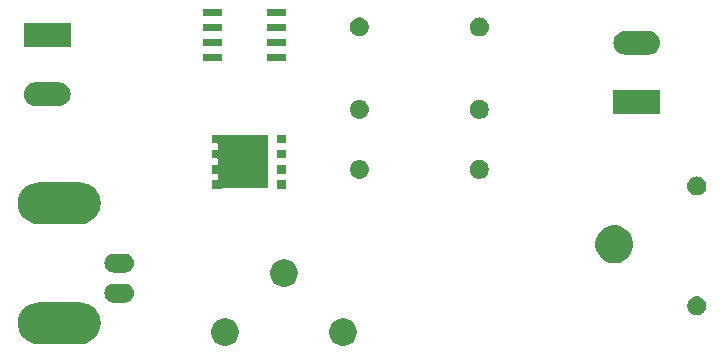
<source format=gbr>
G04 #@! TF.GenerationSoftware,KiCad,Pcbnew,5.0.2-bee76a0~70~ubuntu18.04.1*
G04 #@! TF.CreationDate,2019-04-24T08:54:05-03:00*
G04 #@! TF.ProjectId,led_driver,6c65645f-6472-4697-9665-722e6b696361,rev?*
G04 #@! TF.SameCoordinates,Original*
G04 #@! TF.FileFunction,Soldermask,Top*
G04 #@! TF.FilePolarity,Negative*
%FSLAX46Y46*%
G04 Gerber Fmt 4.6, Leading zero omitted, Abs format (unit mm)*
G04 Created by KiCad (PCBNEW 5.0.2-bee76a0~70~ubuntu18.04.1) date Wed 24 Apr 2019 08:54:05 -03*
%MOMM*%
%LPD*%
G01*
G04 APERTURE LIST*
%ADD10C,0.100000*%
G04 APERTURE END LIST*
D10*
G36*
X193284774Y-96474462D02*
X193497704Y-96562660D01*
X193689333Y-96690703D01*
X193852297Y-96853667D01*
X193980340Y-97045296D01*
X194068538Y-97258226D01*
X194113500Y-97484264D01*
X194113500Y-97714736D01*
X194068538Y-97940774D01*
X193980340Y-98153704D01*
X193852297Y-98345333D01*
X193689333Y-98508297D01*
X193497704Y-98636340D01*
X193284774Y-98724538D01*
X193058736Y-98769500D01*
X192828264Y-98769500D01*
X192602226Y-98724538D01*
X192389296Y-98636340D01*
X192197667Y-98508297D01*
X192034703Y-98345333D01*
X191906660Y-98153704D01*
X191818462Y-97940774D01*
X191773500Y-97714736D01*
X191773500Y-97484264D01*
X191818462Y-97258226D01*
X191906660Y-97045296D01*
X192034703Y-96853667D01*
X192197667Y-96690703D01*
X192389296Y-96562660D01*
X192602226Y-96474462D01*
X192828264Y-96429500D01*
X193058736Y-96429500D01*
X193284774Y-96474462D01*
X193284774Y-96474462D01*
G37*
G36*
X183284774Y-96474462D02*
X183497704Y-96562660D01*
X183689333Y-96690703D01*
X183852297Y-96853667D01*
X183980340Y-97045296D01*
X184068538Y-97258226D01*
X184113500Y-97484264D01*
X184113500Y-97714736D01*
X184068538Y-97940774D01*
X183980340Y-98153704D01*
X183852297Y-98345333D01*
X183689333Y-98508297D01*
X183497704Y-98636340D01*
X183284774Y-98724538D01*
X183058736Y-98769500D01*
X182828264Y-98769500D01*
X182602226Y-98724538D01*
X182389296Y-98636340D01*
X182197667Y-98508297D01*
X182034703Y-98345333D01*
X181906660Y-98153704D01*
X181818462Y-97940774D01*
X181773500Y-97714736D01*
X181773500Y-97484264D01*
X181818462Y-97258226D01*
X181906660Y-97045296D01*
X182034703Y-96853667D01*
X182197667Y-96690703D01*
X182389296Y-96562660D01*
X182602226Y-96474462D01*
X182828264Y-96429500D01*
X183058736Y-96429500D01*
X183284774Y-96474462D01*
X183284774Y-96474462D01*
G37*
G36*
X170831665Y-95095940D02*
X171003060Y-95112821D01*
X171222977Y-95179532D01*
X171332937Y-95212888D01*
X171492553Y-95298205D01*
X171636952Y-95375388D01*
X171903424Y-95594076D01*
X172122112Y-95860548D01*
X172136236Y-95886973D01*
X172284612Y-96164563D01*
X172317968Y-96274523D01*
X172384679Y-96494440D01*
X172418467Y-96837500D01*
X172384679Y-97180560D01*
X172361119Y-97258226D01*
X172284612Y-97510437D01*
X172197753Y-97672937D01*
X172122112Y-97814452D01*
X171903424Y-98080924D01*
X171636952Y-98299612D01*
X171551414Y-98345333D01*
X171332937Y-98462112D01*
X171222977Y-98495468D01*
X171003060Y-98562179D01*
X170831665Y-98579060D01*
X170745969Y-98587500D01*
X167074031Y-98587500D01*
X166988335Y-98579060D01*
X166816940Y-98562179D01*
X166597023Y-98495468D01*
X166487063Y-98462112D01*
X166268586Y-98345333D01*
X166183048Y-98299612D01*
X165916576Y-98080924D01*
X165697888Y-97814452D01*
X165622247Y-97672937D01*
X165535388Y-97510437D01*
X165458881Y-97258226D01*
X165435321Y-97180560D01*
X165401533Y-96837500D01*
X165435321Y-96494440D01*
X165502032Y-96274523D01*
X165535388Y-96164563D01*
X165683764Y-95886973D01*
X165697888Y-95860548D01*
X165916576Y-95594076D01*
X166183048Y-95375388D01*
X166327447Y-95298205D01*
X166487063Y-95212888D01*
X166597023Y-95179532D01*
X166816940Y-95112821D01*
X166988335Y-95095940D01*
X167074031Y-95087500D01*
X170745969Y-95087500D01*
X170831665Y-95095940D01*
X170831665Y-95095940D01*
G37*
G36*
X223118352Y-94607743D02*
X223263941Y-94668048D01*
X223394973Y-94755601D01*
X223506399Y-94867027D01*
X223593952Y-94998059D01*
X223654257Y-95143648D01*
X223685000Y-95298205D01*
X223685000Y-95455795D01*
X223654257Y-95610352D01*
X223593952Y-95755941D01*
X223506399Y-95886973D01*
X223394973Y-95998399D01*
X223263941Y-96085952D01*
X223118352Y-96146257D01*
X222963795Y-96177000D01*
X222806205Y-96177000D01*
X222651648Y-96146257D01*
X222506059Y-96085952D01*
X222375027Y-95998399D01*
X222263601Y-95886973D01*
X222176048Y-95755941D01*
X222115743Y-95610352D01*
X222085000Y-95455795D01*
X222085000Y-95298205D01*
X222115743Y-95143648D01*
X222176048Y-94998059D01*
X222263601Y-94867027D01*
X222375027Y-94755601D01*
X222506059Y-94668048D01*
X222651648Y-94607743D01*
X222806205Y-94577000D01*
X222963795Y-94577000D01*
X223118352Y-94607743D01*
X223118352Y-94607743D01*
G37*
G36*
X174557649Y-93505217D02*
X174596827Y-93509076D01*
X174672228Y-93531949D01*
X174747629Y-93554821D01*
X174886608Y-93629108D01*
X175008422Y-93729078D01*
X175108392Y-93850892D01*
X175182679Y-93989871D01*
X175228424Y-94140674D01*
X175243870Y-94297500D01*
X175228424Y-94454326D01*
X175182679Y-94605129D01*
X175108392Y-94744108D01*
X175008422Y-94865922D01*
X174886608Y-94965892D01*
X174747629Y-95040179D01*
X174672228Y-95063051D01*
X174596827Y-95085924D01*
X174580825Y-95087500D01*
X174479295Y-95097500D01*
X173500705Y-95097500D01*
X173399175Y-95087500D01*
X173383173Y-95085924D01*
X173307772Y-95063051D01*
X173232371Y-95040179D01*
X173093392Y-94965892D01*
X172971578Y-94865922D01*
X172871608Y-94744108D01*
X172797321Y-94605129D01*
X172751576Y-94454326D01*
X172736130Y-94297500D01*
X172751576Y-94140674D01*
X172797321Y-93989871D01*
X172871608Y-93850892D01*
X172971578Y-93729078D01*
X173093392Y-93629108D01*
X173232371Y-93554821D01*
X173307772Y-93531949D01*
X173383173Y-93509076D01*
X173422351Y-93505217D01*
X173500705Y-93497500D01*
X174479295Y-93497500D01*
X174557649Y-93505217D01*
X174557649Y-93505217D01*
G37*
G36*
X188284774Y-91474462D02*
X188497704Y-91562660D01*
X188689333Y-91690703D01*
X188852297Y-91853667D01*
X188980340Y-92045296D01*
X189068538Y-92258226D01*
X189113500Y-92484264D01*
X189113500Y-92714736D01*
X189068538Y-92940774D01*
X188980340Y-93153704D01*
X188852297Y-93345333D01*
X188689333Y-93508297D01*
X188497704Y-93636340D01*
X188284774Y-93724538D01*
X188058736Y-93769500D01*
X187828264Y-93769500D01*
X187602226Y-93724538D01*
X187389296Y-93636340D01*
X187197667Y-93508297D01*
X187034703Y-93345333D01*
X186906660Y-93153704D01*
X186818462Y-92940774D01*
X186773500Y-92714736D01*
X186773500Y-92484264D01*
X186818462Y-92258226D01*
X186906660Y-92045296D01*
X187034703Y-91853667D01*
X187197667Y-91690703D01*
X187389296Y-91562660D01*
X187602226Y-91474462D01*
X187828264Y-91429500D01*
X188058736Y-91429500D01*
X188284774Y-91474462D01*
X188284774Y-91474462D01*
G37*
G36*
X174557649Y-90965217D02*
X174596827Y-90969076D01*
X174672227Y-90991948D01*
X174747629Y-91014821D01*
X174886608Y-91089108D01*
X175008422Y-91189078D01*
X175108392Y-91310892D01*
X175182679Y-91449871D01*
X175228424Y-91600674D01*
X175243870Y-91757500D01*
X175228424Y-91914326D01*
X175182679Y-92065129D01*
X175108392Y-92204108D01*
X175008422Y-92325922D01*
X174886608Y-92425892D01*
X174747629Y-92500179D01*
X174672228Y-92523051D01*
X174596827Y-92545924D01*
X174557649Y-92549783D01*
X174479295Y-92557500D01*
X173500705Y-92557500D01*
X173422351Y-92549783D01*
X173383173Y-92545924D01*
X173307772Y-92523051D01*
X173232371Y-92500179D01*
X173093392Y-92425892D01*
X172971578Y-92325922D01*
X172871608Y-92204108D01*
X172797321Y-92065129D01*
X172751576Y-91914326D01*
X172736130Y-91757500D01*
X172751576Y-91600674D01*
X172797321Y-91449871D01*
X172871608Y-91310892D01*
X172971578Y-91189078D01*
X173093392Y-91089108D01*
X173232371Y-91014821D01*
X173307773Y-90991948D01*
X173383173Y-90969076D01*
X173422351Y-90965217D01*
X173500705Y-90957500D01*
X174479295Y-90957500D01*
X174557649Y-90965217D01*
X174557649Y-90965217D01*
G37*
G36*
X216366703Y-88631486D02*
X216657883Y-88752097D01*
X216919944Y-88927201D01*
X217142799Y-89150056D01*
X217317903Y-89412117D01*
X217438514Y-89703297D01*
X217500000Y-90012412D01*
X217500000Y-90327588D01*
X217438514Y-90636703D01*
X217317903Y-90927883D01*
X217142799Y-91189944D01*
X216919944Y-91412799D01*
X216657883Y-91587903D01*
X216366703Y-91708514D01*
X216057588Y-91770000D01*
X215742412Y-91770000D01*
X215433297Y-91708514D01*
X215142117Y-91587903D01*
X214880056Y-91412799D01*
X214657201Y-91189944D01*
X214482097Y-90927883D01*
X214361486Y-90636703D01*
X214300000Y-90327588D01*
X214300000Y-90012412D01*
X214361486Y-89703297D01*
X214482097Y-89412117D01*
X214657201Y-89150056D01*
X214880056Y-88927201D01*
X215142117Y-88752097D01*
X215433297Y-88631486D01*
X215742412Y-88570000D01*
X216057588Y-88570000D01*
X216366703Y-88631486D01*
X216366703Y-88631486D01*
G37*
G36*
X170831665Y-84935940D02*
X171003060Y-84952821D01*
X171222977Y-85019532D01*
X171332937Y-85052888D01*
X171495437Y-85139747D01*
X171636952Y-85215388D01*
X171636954Y-85215389D01*
X171636953Y-85215389D01*
X171903424Y-85434076D01*
X172122111Y-85700547D01*
X172284612Y-86004563D01*
X172317968Y-86114523D01*
X172384679Y-86334440D01*
X172418467Y-86677500D01*
X172384679Y-87020560D01*
X172317968Y-87240477D01*
X172284612Y-87350437D01*
X172197753Y-87512937D01*
X172122112Y-87654452D01*
X171903424Y-87920924D01*
X171636952Y-88139612D01*
X171495437Y-88215253D01*
X171332937Y-88302112D01*
X171222977Y-88335468D01*
X171003060Y-88402179D01*
X170831665Y-88419060D01*
X170745969Y-88427500D01*
X167074031Y-88427500D01*
X166988335Y-88419060D01*
X166816940Y-88402179D01*
X166597023Y-88335468D01*
X166487063Y-88302112D01*
X166324563Y-88215253D01*
X166183048Y-88139612D01*
X165916576Y-87920924D01*
X165697888Y-87654452D01*
X165622247Y-87512937D01*
X165535388Y-87350437D01*
X165502032Y-87240477D01*
X165435321Y-87020560D01*
X165401533Y-86677500D01*
X165435321Y-86334440D01*
X165502032Y-86114523D01*
X165535388Y-86004563D01*
X165697889Y-85700547D01*
X165916576Y-85434076D01*
X166183047Y-85215389D01*
X166183046Y-85215389D01*
X166183048Y-85215388D01*
X166324563Y-85139747D01*
X166487063Y-85052888D01*
X166597023Y-85019532D01*
X166816940Y-84952821D01*
X166988335Y-84935940D01*
X167074031Y-84927500D01*
X170745969Y-84927500D01*
X170831665Y-84935940D01*
X170831665Y-84935940D01*
G37*
G36*
X223002649Y-84424717D02*
X223041827Y-84428576D01*
X223084105Y-84441401D01*
X223192629Y-84474321D01*
X223331608Y-84548608D01*
X223453422Y-84648578D01*
X223553392Y-84770392D01*
X223627679Y-84909371D01*
X223673424Y-85060174D01*
X223688870Y-85217000D01*
X223673424Y-85373826D01*
X223627679Y-85524629D01*
X223553392Y-85663608D01*
X223453422Y-85785422D01*
X223331608Y-85885392D01*
X223192629Y-85959679D01*
X223117228Y-85982551D01*
X223041827Y-86005424D01*
X223002649Y-86009283D01*
X222924295Y-86017000D01*
X222845705Y-86017000D01*
X222767351Y-86009283D01*
X222728173Y-86005424D01*
X222652772Y-85982551D01*
X222577371Y-85959679D01*
X222438392Y-85885392D01*
X222316578Y-85785422D01*
X222216608Y-85663608D01*
X222142321Y-85524629D01*
X222096576Y-85373826D01*
X222081130Y-85217000D01*
X222096576Y-85060174D01*
X222142321Y-84909371D01*
X222216608Y-84770392D01*
X222316578Y-84648578D01*
X222438392Y-84548608D01*
X222577371Y-84474321D01*
X222685895Y-84441401D01*
X222728173Y-84428576D01*
X222767351Y-84424717D01*
X222845705Y-84417000D01*
X222924295Y-84417000D01*
X223002649Y-84424717D01*
X223002649Y-84424717D01*
G37*
G36*
X188125500Y-85445000D02*
X187325500Y-85445000D01*
X187325500Y-84745000D01*
X188125500Y-84745000D01*
X188125500Y-85445000D01*
X188125500Y-85445000D01*
G37*
G36*
X182702665Y-80925485D02*
X182726114Y-80932598D01*
X182750500Y-80935000D01*
X186620500Y-80935000D01*
X186620500Y-85435000D01*
X182750500Y-85435000D01*
X182726114Y-85437402D01*
X182702665Y-85444515D01*
X182701758Y-85445000D01*
X181825500Y-85445000D01*
X181825500Y-84745000D01*
X182205500Y-84745000D01*
X182229886Y-84742598D01*
X182253335Y-84735485D01*
X182274946Y-84723934D01*
X182293888Y-84708388D01*
X182309434Y-84689446D01*
X182320985Y-84667835D01*
X182328098Y-84644386D01*
X182330500Y-84620000D01*
X182330500Y-84300000D01*
X182328098Y-84275614D01*
X182320985Y-84252165D01*
X182309434Y-84230554D01*
X182293888Y-84211612D01*
X182274946Y-84196066D01*
X182253335Y-84184515D01*
X182229886Y-84177402D01*
X182205500Y-84175000D01*
X181825500Y-84175000D01*
X181825500Y-83475000D01*
X182205500Y-83475000D01*
X182229886Y-83472598D01*
X182253335Y-83465485D01*
X182274946Y-83453934D01*
X182293888Y-83438388D01*
X182309434Y-83419446D01*
X182320985Y-83397835D01*
X182328098Y-83374386D01*
X182330500Y-83350000D01*
X182330500Y-83020000D01*
X182328098Y-82995614D01*
X182320985Y-82972165D01*
X182309434Y-82950554D01*
X182293888Y-82931612D01*
X182274946Y-82916066D01*
X182253335Y-82904515D01*
X182229886Y-82897402D01*
X182205500Y-82895000D01*
X181825500Y-82895000D01*
X181825500Y-82195000D01*
X182205500Y-82195000D01*
X182229886Y-82192598D01*
X182253335Y-82185485D01*
X182274946Y-82173934D01*
X182293888Y-82158388D01*
X182309434Y-82139446D01*
X182320985Y-82117835D01*
X182328098Y-82094386D01*
X182330500Y-82070000D01*
X182330500Y-81750000D01*
X182328098Y-81725614D01*
X182320985Y-81702165D01*
X182309434Y-81680554D01*
X182293888Y-81661612D01*
X182274946Y-81646066D01*
X182253335Y-81634515D01*
X182229886Y-81627402D01*
X182205500Y-81625000D01*
X181825500Y-81625000D01*
X181825500Y-80925000D01*
X182701758Y-80925000D01*
X182702665Y-80925485D01*
X182702665Y-80925485D01*
G37*
G36*
X194427649Y-83027717D02*
X194466827Y-83031576D01*
X194530012Y-83050743D01*
X194617629Y-83077321D01*
X194756608Y-83151608D01*
X194878422Y-83251578D01*
X194978392Y-83373392D01*
X195052679Y-83512371D01*
X195098424Y-83663174D01*
X195113870Y-83820000D01*
X195098424Y-83976826D01*
X195052679Y-84127629D01*
X194978392Y-84266608D01*
X194878422Y-84388422D01*
X194756608Y-84488392D01*
X194617629Y-84562679D01*
X194542227Y-84585552D01*
X194466827Y-84608424D01*
X194427649Y-84612283D01*
X194349295Y-84620000D01*
X194270705Y-84620000D01*
X194192351Y-84612283D01*
X194153173Y-84608424D01*
X194077773Y-84585552D01*
X194002371Y-84562679D01*
X193863392Y-84488392D01*
X193741578Y-84388422D01*
X193641608Y-84266608D01*
X193567321Y-84127629D01*
X193521576Y-83976826D01*
X193506130Y-83820000D01*
X193521576Y-83663174D01*
X193567321Y-83512371D01*
X193641608Y-83373392D01*
X193741578Y-83251578D01*
X193863392Y-83151608D01*
X194002371Y-83077321D01*
X194089988Y-83050743D01*
X194153173Y-83031576D01*
X194192351Y-83027717D01*
X194270705Y-83020000D01*
X194349295Y-83020000D01*
X194427649Y-83027717D01*
X194427649Y-83027717D01*
G37*
G36*
X204703352Y-83050743D02*
X204848941Y-83111048D01*
X204979973Y-83198601D01*
X205091399Y-83310027D01*
X205178952Y-83441059D01*
X205239257Y-83586648D01*
X205270000Y-83741205D01*
X205270000Y-83898795D01*
X205239257Y-84053352D01*
X205178952Y-84198941D01*
X205091399Y-84329973D01*
X204979973Y-84441399D01*
X204848941Y-84528952D01*
X204703352Y-84589257D01*
X204548795Y-84620000D01*
X204391205Y-84620000D01*
X204236648Y-84589257D01*
X204091059Y-84528952D01*
X203960027Y-84441399D01*
X203848601Y-84329973D01*
X203761048Y-84198941D01*
X203700743Y-84053352D01*
X203670000Y-83898795D01*
X203670000Y-83741205D01*
X203700743Y-83586648D01*
X203761048Y-83441059D01*
X203848601Y-83310027D01*
X203960027Y-83198601D01*
X204091059Y-83111048D01*
X204236648Y-83050743D01*
X204391205Y-83020000D01*
X204548795Y-83020000D01*
X204703352Y-83050743D01*
X204703352Y-83050743D01*
G37*
G36*
X188125500Y-84175000D02*
X187325500Y-84175000D01*
X187325500Y-83475000D01*
X188125500Y-83475000D01*
X188125500Y-84175000D01*
X188125500Y-84175000D01*
G37*
G36*
X188125500Y-82895000D02*
X187325500Y-82895000D01*
X187325500Y-82195000D01*
X188125500Y-82195000D01*
X188125500Y-82895000D01*
X188125500Y-82895000D01*
G37*
G36*
X188125500Y-81625000D02*
X187325500Y-81625000D01*
X187325500Y-80925000D01*
X188125500Y-80925000D01*
X188125500Y-81625000D01*
X188125500Y-81625000D01*
G37*
G36*
X204703352Y-77970743D02*
X204848941Y-78031048D01*
X204979973Y-78118601D01*
X205091399Y-78230027D01*
X205178952Y-78361059D01*
X205239257Y-78506648D01*
X205270000Y-78661205D01*
X205270000Y-78818795D01*
X205239257Y-78973352D01*
X205178952Y-79118941D01*
X205091399Y-79249973D01*
X204979973Y-79361399D01*
X204848941Y-79448952D01*
X204703352Y-79509257D01*
X204548795Y-79540000D01*
X204391205Y-79540000D01*
X204236648Y-79509257D01*
X204091059Y-79448952D01*
X203960027Y-79361399D01*
X203848601Y-79249973D01*
X203761048Y-79118941D01*
X203700743Y-78973352D01*
X203670000Y-78818795D01*
X203670000Y-78661205D01*
X203700743Y-78506648D01*
X203761048Y-78361059D01*
X203848601Y-78230027D01*
X203960027Y-78118601D01*
X204091059Y-78031048D01*
X204236648Y-77970743D01*
X204391205Y-77940000D01*
X204548795Y-77940000D01*
X204703352Y-77970743D01*
X204703352Y-77970743D01*
G37*
G36*
X194427649Y-77947717D02*
X194466827Y-77951576D01*
X194530012Y-77970743D01*
X194617629Y-77997321D01*
X194756608Y-78071608D01*
X194878422Y-78171578D01*
X194978392Y-78293392D01*
X195052679Y-78432371D01*
X195098424Y-78583174D01*
X195113870Y-78740000D01*
X195098424Y-78896826D01*
X195052679Y-79047629D01*
X194978392Y-79186608D01*
X194878422Y-79308422D01*
X194756608Y-79408392D01*
X194617629Y-79482679D01*
X194542227Y-79505552D01*
X194466827Y-79528424D01*
X194427649Y-79532283D01*
X194349295Y-79540000D01*
X194270705Y-79540000D01*
X194192351Y-79532283D01*
X194153173Y-79528424D01*
X194077772Y-79505551D01*
X194002371Y-79482679D01*
X193863392Y-79408392D01*
X193741578Y-79308422D01*
X193641608Y-79186608D01*
X193567321Y-79047629D01*
X193521576Y-78896826D01*
X193506130Y-78740000D01*
X193521576Y-78583174D01*
X193567321Y-78432371D01*
X193641608Y-78293392D01*
X193741578Y-78171578D01*
X193863392Y-78071608D01*
X194002371Y-77997321D01*
X194089988Y-77970743D01*
X194153173Y-77951576D01*
X194192351Y-77947717D01*
X194270705Y-77940000D01*
X194349295Y-77940000D01*
X194427649Y-77947717D01*
X194427649Y-77947717D01*
G37*
G36*
X219785000Y-79095000D02*
X215825000Y-79095000D01*
X215825000Y-77115000D01*
X219785000Y-77115000D01*
X219785000Y-79095000D01*
X219785000Y-79095000D01*
G37*
G36*
X169078070Y-76477824D02*
X169078073Y-76477825D01*
X169078074Y-76477825D01*
X169264690Y-76534434D01*
X169436676Y-76626362D01*
X169587423Y-76750077D01*
X169711138Y-76900824D01*
X169798930Y-77065073D01*
X169803065Y-77072808D01*
X169859676Y-77259430D01*
X169878790Y-77453500D01*
X169859676Y-77647570D01*
X169859675Y-77647573D01*
X169859675Y-77647574D01*
X169803066Y-77834190D01*
X169711138Y-78006176D01*
X169587423Y-78156923D01*
X169436676Y-78280638D01*
X169264690Y-78372566D01*
X169078074Y-78429175D01*
X169078073Y-78429175D01*
X169078070Y-78429176D01*
X168932636Y-78443500D01*
X166855364Y-78443500D01*
X166709930Y-78429176D01*
X166709927Y-78429175D01*
X166709926Y-78429175D01*
X166523310Y-78372566D01*
X166351324Y-78280638D01*
X166200577Y-78156923D01*
X166076862Y-78006176D01*
X165984934Y-77834190D01*
X165928325Y-77647574D01*
X165928325Y-77647573D01*
X165928324Y-77647570D01*
X165909210Y-77453500D01*
X165928324Y-77259430D01*
X165984935Y-77072808D01*
X165989070Y-77065073D01*
X166076862Y-76900824D01*
X166200577Y-76750077D01*
X166351324Y-76626362D01*
X166523310Y-76534434D01*
X166709926Y-76477825D01*
X166709927Y-76477825D01*
X166709930Y-76477824D01*
X166855364Y-76463500D01*
X168932636Y-76463500D01*
X169078070Y-76477824D01*
X169078070Y-76477824D01*
G37*
G36*
X182669500Y-74658500D02*
X181119500Y-74658500D01*
X181119500Y-74058500D01*
X182669500Y-74058500D01*
X182669500Y-74658500D01*
X182669500Y-74658500D01*
G37*
G36*
X188069500Y-74658500D02*
X186519500Y-74658500D01*
X186519500Y-74058500D01*
X188069500Y-74058500D01*
X188069500Y-74658500D01*
X188069500Y-74658500D01*
G37*
G36*
X218989070Y-72129324D02*
X218989073Y-72129325D01*
X218989074Y-72129325D01*
X219175690Y-72185934D01*
X219347676Y-72277862D01*
X219498423Y-72401577D01*
X219622138Y-72552324D01*
X219714066Y-72724310D01*
X219770675Y-72910926D01*
X219770676Y-72910930D01*
X219789790Y-73105000D01*
X219770676Y-73299070D01*
X219770675Y-73299073D01*
X219770675Y-73299074D01*
X219714066Y-73485690D01*
X219622138Y-73657676D01*
X219498423Y-73808423D01*
X219347676Y-73932138D01*
X219175690Y-74024066D01*
X218989074Y-74080675D01*
X218989073Y-74080675D01*
X218989070Y-74080676D01*
X218843636Y-74095000D01*
X216766364Y-74095000D01*
X216620930Y-74080676D01*
X216620927Y-74080675D01*
X216620926Y-74080675D01*
X216434310Y-74024066D01*
X216262324Y-73932138D01*
X216111577Y-73808423D01*
X215987862Y-73657676D01*
X215895934Y-73485690D01*
X215839325Y-73299074D01*
X215839325Y-73299073D01*
X215839324Y-73299070D01*
X215820210Y-73105000D01*
X215839324Y-72910930D01*
X215839325Y-72910926D01*
X215895934Y-72724310D01*
X215987862Y-72552324D01*
X216111577Y-72401577D01*
X216262324Y-72277862D01*
X216434310Y-72185934D01*
X216620926Y-72129325D01*
X216620927Y-72129325D01*
X216620930Y-72129324D01*
X216766364Y-72115000D01*
X218843636Y-72115000D01*
X218989070Y-72129324D01*
X218989070Y-72129324D01*
G37*
G36*
X169874000Y-73443500D02*
X165914000Y-73443500D01*
X165914000Y-71463500D01*
X169874000Y-71463500D01*
X169874000Y-73443500D01*
X169874000Y-73443500D01*
G37*
G36*
X188069500Y-73388500D02*
X186519500Y-73388500D01*
X186519500Y-72788500D01*
X188069500Y-72788500D01*
X188069500Y-73388500D01*
X188069500Y-73388500D01*
G37*
G36*
X182669500Y-73388500D02*
X181119500Y-73388500D01*
X181119500Y-72788500D01*
X182669500Y-72788500D01*
X182669500Y-73388500D01*
X182669500Y-73388500D01*
G37*
G36*
X204587649Y-70962717D02*
X204626827Y-70966576D01*
X204690012Y-70985743D01*
X204777629Y-71012321D01*
X204916608Y-71086608D01*
X205038422Y-71186578D01*
X205138392Y-71308392D01*
X205212679Y-71447371D01*
X205258424Y-71598174D01*
X205273870Y-71755000D01*
X205258424Y-71911826D01*
X205212679Y-72062629D01*
X205138392Y-72201608D01*
X205038422Y-72323422D01*
X204916608Y-72423392D01*
X204777629Y-72497679D01*
X204702228Y-72520551D01*
X204626827Y-72543424D01*
X204587649Y-72547283D01*
X204509295Y-72555000D01*
X204430705Y-72555000D01*
X204352351Y-72547283D01*
X204313173Y-72543424D01*
X204237773Y-72520552D01*
X204162371Y-72497679D01*
X204023392Y-72423392D01*
X203901578Y-72323422D01*
X203801608Y-72201608D01*
X203727321Y-72062629D01*
X203681576Y-71911826D01*
X203666130Y-71755000D01*
X203681576Y-71598174D01*
X203727321Y-71447371D01*
X203801608Y-71308392D01*
X203901578Y-71186578D01*
X204023392Y-71086608D01*
X204162371Y-71012321D01*
X204249988Y-70985743D01*
X204313173Y-70966576D01*
X204352351Y-70962717D01*
X204430705Y-70955000D01*
X204509295Y-70955000D01*
X204587649Y-70962717D01*
X204587649Y-70962717D01*
G37*
G36*
X194543352Y-70985743D02*
X194688941Y-71046048D01*
X194819973Y-71133601D01*
X194931399Y-71245027D01*
X195018952Y-71376059D01*
X195079257Y-71521648D01*
X195110000Y-71676205D01*
X195110000Y-71833795D01*
X195079257Y-71988352D01*
X195018952Y-72133941D01*
X194931399Y-72264973D01*
X194819973Y-72376399D01*
X194688941Y-72463952D01*
X194543352Y-72524257D01*
X194388795Y-72555000D01*
X194231205Y-72555000D01*
X194076648Y-72524257D01*
X193931059Y-72463952D01*
X193800027Y-72376399D01*
X193688601Y-72264973D01*
X193601048Y-72133941D01*
X193540743Y-71988352D01*
X193510000Y-71833795D01*
X193510000Y-71676205D01*
X193540743Y-71521648D01*
X193601048Y-71376059D01*
X193688601Y-71245027D01*
X193800027Y-71133601D01*
X193931059Y-71046048D01*
X194076648Y-70985743D01*
X194231205Y-70955000D01*
X194388795Y-70955000D01*
X194543352Y-70985743D01*
X194543352Y-70985743D01*
G37*
G36*
X188069500Y-72118500D02*
X186519500Y-72118500D01*
X186519500Y-71518500D01*
X188069500Y-71518500D01*
X188069500Y-72118500D01*
X188069500Y-72118500D01*
G37*
G36*
X182669500Y-72118500D02*
X181119500Y-72118500D01*
X181119500Y-71518500D01*
X182669500Y-71518500D01*
X182669500Y-72118500D01*
X182669500Y-72118500D01*
G37*
G36*
X188069500Y-70848500D02*
X186519500Y-70848500D01*
X186519500Y-70248500D01*
X188069500Y-70248500D01*
X188069500Y-70848500D01*
X188069500Y-70848500D01*
G37*
G36*
X182669500Y-70848500D02*
X181119500Y-70848500D01*
X181119500Y-70248500D01*
X182669500Y-70248500D01*
X182669500Y-70848500D01*
X182669500Y-70848500D01*
G37*
M02*

</source>
